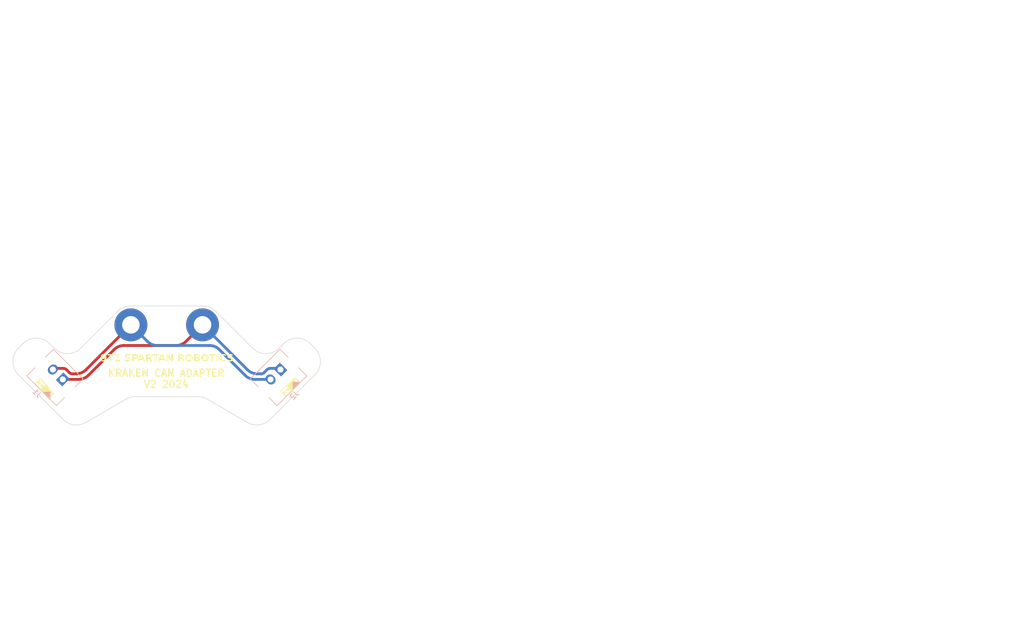
<source format=kicad_pcb>
(kicad_pcb (version 20240108) (generator "pcbnew") (generator_version "8.0")
  (title_block (title "Kraken CAN Adapter") (date "2023-12-28") (rev "1") (company "971 Spartan Robotics"))
  (layers (0 "F.Cu" signal) (31 "B.Cu" signal) (34 "B.Paste" user) (35 "F.Paste" user) (36 "B.SilkS" user "B.Silkscreen") (37 "F.SilkS" user "F.Silkscreen") (38 "B.Mask" user) (39 "F.Mask" user) (44 "Edge.Cuts" user))
  (net 0 "")
  (net 1 "/CAN_L")
  (net 2 "/CAN_H")
  (footprint "kraken-adapter:ScrewTerminal-#4" (layer "F.Cu") (at 99.745307 110.386204)
    (property "Reference" "J4" (at 0 -0.5 0) (layer "F.SilkS") (effects (font (thickness 0.1))))
    (property "Value" "CAN_H")
    (pad "1" thru_hole circle (at 0 0) (size 5.969 5.969) (drill 3.175) (layers "*.Cu" "*.Mask") (net 2 "/CAN_H"))
  )
  (footprint "kraken-adapter:ScrewTerminal-#4" (layer "F.Cu") (at 112.750107 110.386204)
    (property "Reference" "J3" (at 0 -0.5 0) (layer "F.SilkS") (effects (font (thickness 0.1))))
    (property "Value" "CAN_L")
    (pad "1" thru_hole circle (at 0 0) (size 5.969 5.969) (drill 3.175) (layers "*.Cu" "*.Mask") (net 1 "/CAN_L"))
  )
  (footprint "kraken-adapter:70541-0001" (layer "B.Cu") (at 126.887503 118.494867 -135)
    (property "Reference" "J2" (at 1.5 -5.08 -135) (layer "B.SilkS") (effects (justify mirror)))
    (property "Value" "CAN" (hide yes))
    (fp_line (start 5.08 2.667) (end 5.079999 0.585879) (stroke (width 0.12)) (layer "B.SilkS"))
    (fp_line (start 5.08 -2.109879) (end 5.08 -4.191) (stroke (width 0.12)) (layer "B.SilkS"))
    (fp_line (start 5.08 -4.191) (end -2.54 -4.191) (stroke (width 0.12)) (layer "B.SilkS"))
    (fp_line (start -2.54 2.667) (end 5.08 2.667) (stroke (width 0.12)) (layer "B.SilkS"))
    (fp_line (start -2.54 0.585879) (end -2.54 2.667) (stroke (width 0.12)) (layer "B.SilkS"))
    (fp_line (start -2.54 -4.191) (end -2.54 -2.109879) (stroke (width 0.12)) (layer "B.SilkS"))
    (fp_poly (pts (xy 0.761999 -4.064) (xy -0.761999 -4.064) (xy 0 -3.302001)) (stroke (width 0.2)) (fill solid) (layer "B.SilkS"))
    (pad "" np_thru_hole circle (at -4.064 -0.761999 225) (size 3.4036 3.4036) (drill 3.4036) (layers "F&B.Cu" "*.Mask"))
    (pad "" np_thru_hole circle (at 6.604 -0.762 225) (size 3.4036 3.4036) (drill 3.4036) (layers "F&B.Cu" "*.Mask"))
    (pad "1" thru_hole rect (at 0 0 225) (size 1.6002 1.905) (drill 1.0922) (layers "*.Cu" "*.Mask") (net 1 "/CAN_L"))
    (pad "2" thru_hole oval (at 2.54 0 225) (size 1.6002 1.905) (drill 1.0922) (layers "*.Cu" "*.Mask") (net 2 "/CAN_H"))
  )
  (footprint "kraken-adapter:70541-0001" (layer "B.Cu") (at 87.386051 120.286051 135)
    (property "Reference" "J1" (at 1.5 -5.08 -45) (layer "B.SilkS") (effects (justify mirror)))
    (property "Value" "CAN" (hide yes))
    (fp_line (start 5.08 -4.191) (end -2.54 -4.191) (stroke (width 0.12)) (layer "B.SilkS"))
    (fp_line (start 5.08 -2.109879) (end 5.08 -4.191) (stroke (width 0.12)) (layer "B.SilkS"))
    (fp_line (start 5.08 2.667) (end 5.079999 0.585879) (stroke (width 0.12)) (layer "B.SilkS"))
    (fp_line (start -2.54 -4.191) (end -2.54 -2.109879) (stroke (width 0.12)) (layer "B.SilkS"))
    (fp_line (start -2.54 0.585879) (end -2.54 2.667) (stroke (width 0.12)) (layer "B.SilkS"))
    (fp_line (start -2.54 2.667) (end 5.08 2.667) (stroke (width 0.12)) (layer "B.SilkS"))
    (fp_poly (pts (xy 0.761999 -4.064) (xy -0.761999 -4.064) (xy 0 -3.302001)) (stroke (width 0.2)) (fill solid) (layer "B.SilkS"))
    (pad "" np_thru_hole circle (at -4.064 -0.761999 135) (size 3.4036 3.4036) (drill 3.4036) (layers "F&B.Cu" "*.Mask"))
    (pad "" np_thru_hole circle (at 6.604 -0.762 135) (size 3.4036 3.4036) (drill 3.4036) (layers "F&B.Cu" "*.Mask"))
    (pad "1" thru_hole rect (at 0 0 135) (size 1.6002 1.905) (drill 1.0922) (layers "*.Cu" "*.Mask") (net 1 "/CAN_L"))
    (pad "2" thru_hole oval (at 2.54 0 135) (size 1.6002 1.905) (drill 1.0922) (layers "*.Cu" "*.Mask") (net 2 "/CAN_H"))
  )
  (gr_arc (start 112.750107 106.957204) (mid 113.977599 107.184438) (end 115.042404 107.836024) (stroke (width 0.1)) (layer "Edge.Cuts"))
  (gr_line (start 120.895476 128.087199) (end 113.577694 123.862276) (stroke (width 0.1)) (layer "Edge.Cuts"))
  (gr_line (start 133.123831 119.453081) (end 125.034645 127.542267) (stroke (width 0.1)) (layer "Edge.Cuts"))
  (gr_line (start 80.161991 113.797593) (end 79.354475 114.605109) (stroke (width 0.1)) (layer "Edge.Cuts"))
  (gr_arc (start 98.900944 123.86345) (mid 99.727781 123.520938) (end 100.615086 123.404051) (stroke (width 0.1)) (layer "Edge.Cuts"))
  (gr_arc (start 97.435902 107.83739) (mid 98.500708 107.185808) (end 99.728199 106.95857) (stroke (width 0.1)) (layer "Edge.Cuts"))
  (gr_arc (start 127.466977 113.796227) (mid 129.891646 112.791896) (end 132.316315 113.796227) (stroke (width 0.1)) (layer "Edge.Cuts"))
  (gr_line (start 99.728199 106.95857) (end 112.750107 106.957204) (stroke (width 0.1)) (layer "Edge.Cuts"))
  (gr_arc (start 90.668183 114.605109) (mid 88.243514 115.60944) (end 85.818845 114.605109) (stroke (width 0.1)) (layer "Edge.Cuts"))
  (gr_arc (start 111.862836 123.402877) (mid 112.750513 123.519669) (end 113.577694 123.862276) (stroke (width 0.1)) (layer "Edge.Cuts"))
  (gr_line (start 132.316315 113.796227) (end 133.123831 114.603743) (stroke (width 0.1)) (layer "Edge.Cuts"))
  (gr_arc (start 91.58283 128.088565) (mid 89.420756 128.518628) (end 87.443661 127.543633) (stroke (width 0.1)) (layer "Edge.Cuts"))
  (gr_line (start 79.354475 119.454447) (end 87.443661 127.543633) (stroke (width 0.1)) (layer "Edge.Cuts"))
  (gr_arc (start 126.659461 114.603743) (mid 124.234792 115.608074) (end 121.810123 114.603743) (stroke (width 0.1)) (layer "Edge.Cuts"))
  (gr_line (start 97.435902 107.83739) (end 90.668183 114.605109) (stroke (width 0.1)) (layer "Edge.Cuts"))
  (gr_arc (start 79.354475 119.454447) (mid 78.350144 117.029779) (end 79.354475 114.605109) (stroke (width 0.1)) (layer "Edge.Cuts"))
  (gr_arc (start 125.034645 127.542267) (mid 123.05755 128.517262) (end 120.895476 128.087199) (stroke (width 0.1)) (layer "Edge.Cuts"))
  (gr_line (start 85.818845 114.605109) (end 85.011329 113.797593) (stroke (width 0.1)) (layer "Edge.Cuts"))
  (gr_line (start 126.659461 114.603743) (end 127.466977 113.796227) (stroke (width 0.1)) (layer "Edge.Cuts"))
  (gr_line (start 115.042404 107.836024) (end 121.810123 114.603743) (stroke (width 0.1)) (layer "Edge.Cuts"))
  (gr_arc (start 80.161991 113.797593) (mid 82.58666 112.793262) (end 85.011329 113.797593) (stroke (width 0.1)) (layer "Edge.Cuts"))
  (gr_line (start 111.862836 123.402877) (end 100.615086 123.404051) (stroke (width 0.1)) (layer "Edge.Cuts"))
  (gr_line (start 91.58283 128.088565) (end 98.900944 123.86345) (stroke (width 0.1)) (layer "Edge.Cuts"))
  (gr_arc (start 133.123831 114.603743) (mid 134.128164 117.028408) (end 133.123831 119.453081) (stroke (width 0.1)) (layer "Edge.Cuts"))
  (gr_text "KRAKEN CAN ADAPTER\nV2 2024" (at 106.172 121.92 0) (layer "F.SilkS") (effects (font (size 1.27 1.27) (thickness 0.254) (bold yes)) (justify bottom)))
  (gr_text "971 SPARTAN ROBOTICS" (at 106.299 117.221 0) (layer "F.SilkS") (effects (font (size 1.27 1.27) (thickness 0.254) (bold yes)) (justify bottom)))
  (gr_text "H\nL" (at 130.64 120.91 132) (layer "F.SilkS" knockout) (effects (font (size 1.27 1.27) (thickness 0.2) (bold yes)) (justify left bottom)))
  (gr_text "H\nL" (at 84.79 123.86 42) (layer "F.SilkS" knockout) (effects (font (size 1.27 1.27) (thickness 0.2) (bold yes)) (justify left bottom)))
  (segment (start 98.487749 114.132704) (end 107.951505 114.132704) (width 0.508) (layer "F.Cu") (net 1))
  (segment (start 87.386051 120.286051) (end 90.230198 120.286051) (width 0.508) (layer "F.Cu") (net 1))
  (segment (start 109.747556 113.388755) (end 112.750107 110.386204) (width 0.508) (layer "F.Cu") (net 1))
  (segment (start 92.026249 119.542102) (end 96.691698 114.876653) (width 0.508) (layer "F.Cu") (net 1))
  (arc (start 90.230198 120.286051) (mid 91.202214 120.092705) (end 92.026249 119.542102) (width 0.508) (layer "F.Cu") (net 1))
  (arc (start 98.487749 114.132704) (mid 97.515733 114.32605) (end 96.691698 114.876653) (width 0.508) (layer "F.Cu") (net 1))
  (arc (start 109.747556 113.388755) (mid 108.923521 113.939358) (end 107.951505 114.132704) (width 0.508) (layer "F.Cu") (net 1))
  (segment (start 124.462783 118.507961) (end 123.923877 119.046867) (width 0.508) (layer "B.Cu") (net 1))
  (segment (start 126.70019 118.284776) (end 125.001599 118.284776) (width 0.508) (layer "B.Cu") (net 1))
  (segment (start 123.385062 119.270051) (end 122.686056 119.270051) (width 0.508) (layer "B.Cu") (net 1))
  (segment (start 126.905414 118.49) (end 126.70019 118.284776) (width 0.508) (layer "B.Cu") (net 1))
  (segment (start 120.890005 118.526102) (end 112.750107 110.386204) (width 0.508) (layer "B.Cu") (net 1))
  (arc (start 123.923877 119.046867) (mid 123.676667 119.212048) (end 123.385062 119.270051) (width 0.508) (layer "B.Cu") (net 1))
  (arc (start 120.890005 118.526102) (mid 121.71404 119.076705) (end 122.686056 119.270051) (width 0.508) (layer "B.Cu") (net 1))
  (arc (start 124.462783 118.507961) (mid 124.709994 118.34278) (end 125.001599 118.284776) (width 0.508) (layer "B.Cu") (net 1))
  (segment (start 85.795224 118.284776) (end 87.493815 118.284776) (width 0.508) (layer "F.Cu") (net 2))
  (segment (start 88.032631 118.507961) (end 88.571537 119.046867) (width 0.508) (layer "F.Cu") (net 2))
  (segment (start 91.605409 118.526102) (end 99.745307 110.386204) (width 0.508) (layer "F.Cu") (net 2))
  (segment (start 89.110352 119.270051) (end 89.809358 119.270051) (width 0.508) (layer "F.Cu") (net 2))
  (segment (start 85.59 118.49) (end 85.795224 118.284776) (width 0.508) (layer "F.Cu") (net 2))
  (arc (start 88.571537 119.046867) (mid 88.818747 119.212048) (end 89.110352 119.270051) (width 0.508) (layer "F.Cu") (net 2))
  (arc (start 88.032631 118.507961) (mid 87.78542 118.34278) (end 87.493815 118.284776) (width 0.508) (layer "F.Cu") (net 2))
  (arc (start 91.605409 118.526102) (mid 90.781374 119.076705) (end 89.809358 119.270051) (width 0.508) (layer "F.Cu") (net 2))
  (segment (start 114.007665 114.132704) (end 104.543909 114.132704) (width 0.508) (layer "B.Cu") (net 2))
  (segment (start 120.469165 119.542102) (end 115.803716 114.876653) (width 0.508) (layer "B.Cu") (net 2))
  (segment (start 125.109363 120.286051) (end 122.265216 120.286051) (width 0.508) (layer "B.Cu") (net 2))
  (segment (start 102.747858 113.388755) (end 99.745307 110.386204) (width 0.508) (layer "B.Cu") (net 2))
  (arc (start 122.265216 120.286051) (mid 121.2932 120.092705) (end 120.469165 119.542102) (width 0.508) (layer "B.Cu") (net 2))
  (arc (start 114.007665 114.132704) (mid 114.979681 114.32605) (end 115.803716 114.876653) (width 0.508) (layer "B.Cu") (net 2))
  (arc (start 102.747858 113.388755) (mid 103.571893 113.939358) (end 104.543909 114.132704) (width 0.508) (layer "B.Cu") (net 2))
)
</source>
